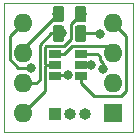
<source format=gbl>
G04 #@! TF.GenerationSoftware,KiCad,Pcbnew,5.1.2-f72e74a~84~ubuntu16.04.1*
G04 #@! TF.CreationDate,2019-06-06T18:14:26+02:00*
G04 #@! TF.ProjectId,rs232-rs485,72733233-322d-4727-9334-38352e6b6963,rev?*
G04 #@! TF.SameCoordinates,Original*
G04 #@! TF.FileFunction,Copper,L2,Bot*
G04 #@! TF.FilePolarity,Positive*
%FSLAX46Y46*%
G04 Gerber Fmt 4.6, Leading zero omitted, Abs format (unit mm)*
G04 Created by KiCad (PCBNEW 5.1.2-f72e74a~84~ubuntu16.04.1) date 2019-06-06 18:14:26*
%MOMM*%
%LPD*%
G04 APERTURE LIST*
%ADD10C,0.050000*%
%ADD11C,0.100000*%
%ADD12C,0.975000*%
%ADD13R,1.060000X0.650000*%
%ADD14O,1.000000X1.000000*%
%ADD15R,1.000000X1.000000*%
%ADD16O,1.600000X1.600000*%
%ADD17R,1.600000X1.600000*%
%ADD18C,0.800000*%
%ADD19C,0.250000*%
G04 APERTURE END LIST*
D10*
X125603000Y-108839000D02*
X125476000Y-108839000D01*
X125476000Y-108712000D02*
X125476000Y-108839000D01*
X125476000Y-97917000D02*
X125603000Y-97917000D01*
X136398000Y-97917000D02*
X136271000Y-97917000D01*
X136271000Y-108839000D02*
X136398000Y-108839000D01*
X136271000Y-108839000D02*
X125603000Y-108839000D01*
X136398000Y-97917000D02*
X136398000Y-108839000D01*
X125603000Y-97917000D02*
X136271000Y-97917000D01*
X125476000Y-108712000D02*
X125476000Y-97917000D01*
D11*
G36*
X132269142Y-99758174D02*
G01*
X132292803Y-99761684D01*
X132316007Y-99767496D01*
X132338529Y-99775554D01*
X132360153Y-99785782D01*
X132380670Y-99798079D01*
X132399883Y-99812329D01*
X132417607Y-99828393D01*
X132433671Y-99846117D01*
X132447921Y-99865330D01*
X132460218Y-99885847D01*
X132470446Y-99907471D01*
X132478504Y-99929993D01*
X132484316Y-99953197D01*
X132487826Y-99976858D01*
X132489000Y-100000750D01*
X132489000Y-100913250D01*
X132487826Y-100937142D01*
X132484316Y-100960803D01*
X132478504Y-100984007D01*
X132470446Y-101006529D01*
X132460218Y-101028153D01*
X132447921Y-101048670D01*
X132433671Y-101067883D01*
X132417607Y-101085607D01*
X132399883Y-101101671D01*
X132380670Y-101115921D01*
X132360153Y-101128218D01*
X132338529Y-101138446D01*
X132316007Y-101146504D01*
X132292803Y-101152316D01*
X132269142Y-101155826D01*
X132245250Y-101157000D01*
X131757750Y-101157000D01*
X131733858Y-101155826D01*
X131710197Y-101152316D01*
X131686993Y-101146504D01*
X131664471Y-101138446D01*
X131642847Y-101128218D01*
X131622330Y-101115921D01*
X131603117Y-101101671D01*
X131585393Y-101085607D01*
X131569329Y-101067883D01*
X131555079Y-101048670D01*
X131542782Y-101028153D01*
X131532554Y-101006529D01*
X131524496Y-100984007D01*
X131518684Y-100960803D01*
X131515174Y-100937142D01*
X131514000Y-100913250D01*
X131514000Y-100000750D01*
X131515174Y-99976858D01*
X131518684Y-99953197D01*
X131524496Y-99929993D01*
X131532554Y-99907471D01*
X131542782Y-99885847D01*
X131555079Y-99865330D01*
X131569329Y-99846117D01*
X131585393Y-99828393D01*
X131603117Y-99812329D01*
X131622330Y-99798079D01*
X131642847Y-99785782D01*
X131664471Y-99775554D01*
X131686993Y-99767496D01*
X131710197Y-99761684D01*
X131733858Y-99758174D01*
X131757750Y-99757000D01*
X132245250Y-99757000D01*
X132269142Y-99758174D01*
X132269142Y-99758174D01*
G37*
D12*
X132001500Y-100457000D03*
D11*
G36*
X130394142Y-99758174D02*
G01*
X130417803Y-99761684D01*
X130441007Y-99767496D01*
X130463529Y-99775554D01*
X130485153Y-99785782D01*
X130505670Y-99798079D01*
X130524883Y-99812329D01*
X130542607Y-99828393D01*
X130558671Y-99846117D01*
X130572921Y-99865330D01*
X130585218Y-99885847D01*
X130595446Y-99907471D01*
X130603504Y-99929993D01*
X130609316Y-99953197D01*
X130612826Y-99976858D01*
X130614000Y-100000750D01*
X130614000Y-100913250D01*
X130612826Y-100937142D01*
X130609316Y-100960803D01*
X130603504Y-100984007D01*
X130595446Y-101006529D01*
X130585218Y-101028153D01*
X130572921Y-101048670D01*
X130558671Y-101067883D01*
X130542607Y-101085607D01*
X130524883Y-101101671D01*
X130505670Y-101115921D01*
X130485153Y-101128218D01*
X130463529Y-101138446D01*
X130441007Y-101146504D01*
X130417803Y-101152316D01*
X130394142Y-101155826D01*
X130370250Y-101157000D01*
X129882750Y-101157000D01*
X129858858Y-101155826D01*
X129835197Y-101152316D01*
X129811993Y-101146504D01*
X129789471Y-101138446D01*
X129767847Y-101128218D01*
X129747330Y-101115921D01*
X129728117Y-101101671D01*
X129710393Y-101085607D01*
X129694329Y-101067883D01*
X129680079Y-101048670D01*
X129667782Y-101028153D01*
X129657554Y-101006529D01*
X129649496Y-100984007D01*
X129643684Y-100960803D01*
X129640174Y-100937142D01*
X129639000Y-100913250D01*
X129639000Y-100000750D01*
X129640174Y-99976858D01*
X129643684Y-99953197D01*
X129649496Y-99929993D01*
X129657554Y-99907471D01*
X129667782Y-99885847D01*
X129680079Y-99865330D01*
X129694329Y-99846117D01*
X129710393Y-99828393D01*
X129728117Y-99812329D01*
X129747330Y-99798079D01*
X129767847Y-99785782D01*
X129789471Y-99775554D01*
X129811993Y-99767496D01*
X129835197Y-99761684D01*
X129858858Y-99758174D01*
X129882750Y-99757000D01*
X130370250Y-99757000D01*
X130394142Y-99758174D01*
X130394142Y-99758174D01*
G37*
D12*
X130126500Y-100457000D03*
D11*
G36*
X130394142Y-98107174D02*
G01*
X130417803Y-98110684D01*
X130441007Y-98116496D01*
X130463529Y-98124554D01*
X130485153Y-98134782D01*
X130505670Y-98147079D01*
X130524883Y-98161329D01*
X130542607Y-98177393D01*
X130558671Y-98195117D01*
X130572921Y-98214330D01*
X130585218Y-98234847D01*
X130595446Y-98256471D01*
X130603504Y-98278993D01*
X130609316Y-98302197D01*
X130612826Y-98325858D01*
X130614000Y-98349750D01*
X130614000Y-99262250D01*
X130612826Y-99286142D01*
X130609316Y-99309803D01*
X130603504Y-99333007D01*
X130595446Y-99355529D01*
X130585218Y-99377153D01*
X130572921Y-99397670D01*
X130558671Y-99416883D01*
X130542607Y-99434607D01*
X130524883Y-99450671D01*
X130505670Y-99464921D01*
X130485153Y-99477218D01*
X130463529Y-99487446D01*
X130441007Y-99495504D01*
X130417803Y-99501316D01*
X130394142Y-99504826D01*
X130370250Y-99506000D01*
X129882750Y-99506000D01*
X129858858Y-99504826D01*
X129835197Y-99501316D01*
X129811993Y-99495504D01*
X129789471Y-99487446D01*
X129767847Y-99477218D01*
X129747330Y-99464921D01*
X129728117Y-99450671D01*
X129710393Y-99434607D01*
X129694329Y-99416883D01*
X129680079Y-99397670D01*
X129667782Y-99377153D01*
X129657554Y-99355529D01*
X129649496Y-99333007D01*
X129643684Y-99309803D01*
X129640174Y-99286142D01*
X129639000Y-99262250D01*
X129639000Y-98349750D01*
X129640174Y-98325858D01*
X129643684Y-98302197D01*
X129649496Y-98278993D01*
X129657554Y-98256471D01*
X129667782Y-98234847D01*
X129680079Y-98214330D01*
X129694329Y-98195117D01*
X129710393Y-98177393D01*
X129728117Y-98161329D01*
X129747330Y-98147079D01*
X129767847Y-98134782D01*
X129789471Y-98124554D01*
X129811993Y-98116496D01*
X129835197Y-98110684D01*
X129858858Y-98107174D01*
X129882750Y-98106000D01*
X130370250Y-98106000D01*
X130394142Y-98107174D01*
X130394142Y-98107174D01*
G37*
D12*
X130126500Y-98806000D03*
D11*
G36*
X132269142Y-98107174D02*
G01*
X132292803Y-98110684D01*
X132316007Y-98116496D01*
X132338529Y-98124554D01*
X132360153Y-98134782D01*
X132380670Y-98147079D01*
X132399883Y-98161329D01*
X132417607Y-98177393D01*
X132433671Y-98195117D01*
X132447921Y-98214330D01*
X132460218Y-98234847D01*
X132470446Y-98256471D01*
X132478504Y-98278993D01*
X132484316Y-98302197D01*
X132487826Y-98325858D01*
X132489000Y-98349750D01*
X132489000Y-99262250D01*
X132487826Y-99286142D01*
X132484316Y-99309803D01*
X132478504Y-99333007D01*
X132470446Y-99355529D01*
X132460218Y-99377153D01*
X132447921Y-99397670D01*
X132433671Y-99416883D01*
X132417607Y-99434607D01*
X132399883Y-99450671D01*
X132380670Y-99464921D01*
X132360153Y-99477218D01*
X132338529Y-99487446D01*
X132316007Y-99495504D01*
X132292803Y-99501316D01*
X132269142Y-99504826D01*
X132245250Y-99506000D01*
X131757750Y-99506000D01*
X131733858Y-99504826D01*
X131710197Y-99501316D01*
X131686993Y-99495504D01*
X131664471Y-99487446D01*
X131642847Y-99477218D01*
X131622330Y-99464921D01*
X131603117Y-99450671D01*
X131585393Y-99434607D01*
X131569329Y-99416883D01*
X131555079Y-99397670D01*
X131542782Y-99377153D01*
X131532554Y-99355529D01*
X131524496Y-99333007D01*
X131518684Y-99309803D01*
X131515174Y-99286142D01*
X131514000Y-99262250D01*
X131514000Y-98349750D01*
X131515174Y-98325858D01*
X131518684Y-98302197D01*
X131524496Y-98278993D01*
X131532554Y-98256471D01*
X131542782Y-98234847D01*
X131555079Y-98214330D01*
X131569329Y-98195117D01*
X131585393Y-98177393D01*
X131603117Y-98161329D01*
X131622330Y-98147079D01*
X131642847Y-98134782D01*
X131664471Y-98124554D01*
X131686993Y-98116496D01*
X131710197Y-98110684D01*
X131733858Y-98107174D01*
X131757750Y-98106000D01*
X132245250Y-98106000D01*
X132269142Y-98107174D01*
X132269142Y-98107174D01*
G37*
D12*
X132001500Y-98806000D03*
D13*
X129837000Y-103124000D03*
X129837000Y-102174000D03*
X129837000Y-104074000D03*
X132037000Y-104074000D03*
X132037000Y-103124000D03*
X132037000Y-102174000D03*
D14*
X132334000Y-107315000D03*
X131064000Y-107315000D03*
D15*
X129794000Y-107315000D03*
D16*
X127127000Y-107188000D03*
X134747000Y-99568000D03*
X127127000Y-104648000D03*
X134747000Y-102108000D03*
X127127000Y-102108000D03*
X134747000Y-104648000D03*
X127127000Y-99568000D03*
D17*
X134747000Y-107188000D03*
D18*
X130463980Y-100457000D03*
X127806978Y-103377991D03*
X132867400Y-103149400D03*
X133629400Y-100482400D03*
X133858000Y-103505000D03*
X130907000Y-104010763D03*
D19*
X128981999Y-105333001D02*
X128981999Y-103199001D01*
X128981999Y-103199001D02*
X129057000Y-103124000D01*
X129057000Y-103124000D02*
X129837000Y-103124000D01*
X127127000Y-107188000D02*
X128981999Y-105333001D01*
X128981999Y-103048999D02*
X129057000Y-103124000D01*
X128981999Y-101588999D02*
X128981999Y-103048999D01*
X130605840Y-101482010D02*
X129088988Y-101482010D01*
X131188990Y-100898860D02*
X130605840Y-101482010D01*
X131188990Y-99618510D02*
X131188990Y-100898860D01*
X129088988Y-101482010D02*
X128981999Y-101588999D01*
X132001500Y-98806000D02*
X131188990Y-99618510D01*
X135546999Y-100367999D02*
X134747000Y-99568000D01*
X132037000Y-104074000D02*
X132037000Y-104649000D01*
X132037000Y-104649000D02*
X133161001Y-105773001D01*
X135399999Y-105773001D02*
X135872001Y-105300999D01*
X135872001Y-105300999D02*
X135872001Y-100693001D01*
X133161001Y-105773001D02*
X135399999Y-105773001D01*
X135872001Y-100693001D02*
X135546999Y-100367999D01*
X128258370Y-104648000D02*
X127127000Y-104648000D01*
X130126500Y-100457000D02*
X129477587Y-100457000D01*
X128531988Y-101402599D02*
X128531988Y-104374382D01*
X129477587Y-100457000D02*
X128531988Y-101402599D01*
X128531988Y-104374382D02*
X128258370Y-104648000D01*
X130126500Y-100457000D02*
X130463980Y-100457000D01*
X129837000Y-102174000D02*
X130617000Y-102174000D01*
X134162999Y-101523999D02*
X134747000Y-102108000D01*
X130617000Y-102174000D02*
X131267001Y-101523999D01*
X131267001Y-101523999D02*
X134162999Y-101523999D01*
X127127000Y-101805500D02*
X127127000Y-102108000D01*
X130126500Y-98806000D02*
X127127000Y-101805500D01*
X132037000Y-103124000D02*
X132051352Y-103109648D01*
X126327001Y-100367999D02*
X127127000Y-99568000D01*
X126001999Y-100693001D02*
X126327001Y-100367999D01*
X126001999Y-102648001D02*
X126001999Y-100693001D01*
X126731989Y-103377991D02*
X126001999Y-102648001D01*
X127806978Y-103377991D02*
X126731989Y-103377991D01*
X132062400Y-103149400D02*
X132037000Y-103124000D01*
X132867400Y-103149400D02*
X132062400Y-103149400D01*
X132001500Y-100457000D02*
X133604000Y-100457000D01*
X133604000Y-100457000D02*
X133629400Y-100482400D01*
X133416000Y-102174000D02*
X132655263Y-102174000D01*
X132655263Y-102174000D02*
X132037000Y-102174000D01*
X133858000Y-102939315D02*
X133604000Y-102685315D01*
X133858000Y-103505000D02*
X133858000Y-102939315D01*
X133604000Y-102362000D02*
X133416000Y-102174000D01*
X133604000Y-102685315D02*
X133604000Y-102362000D01*
X129900237Y-104010763D02*
X129837000Y-104074000D01*
X130907000Y-104010763D02*
X129900237Y-104010763D01*
M02*

</source>
